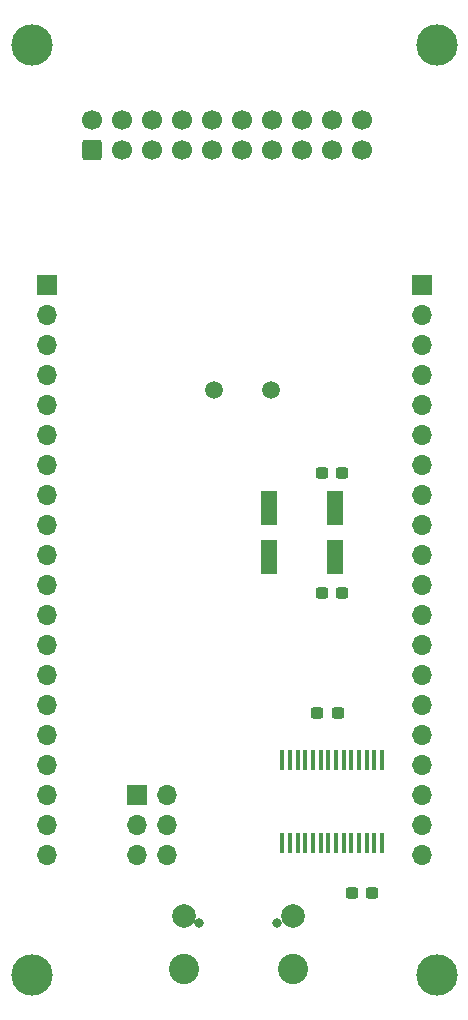
<source format=gbr>
%TF.GenerationSoftware,KiCad,Pcbnew,7.0.7*%
%TF.CreationDate,2023-10-13T22:32:12+09:00*%
%TF.ProjectId,STM32F103_dev_board,53544d33-3246-4313-9033-5f6465765f62,1.1.1*%
%TF.SameCoordinates,Original*%
%TF.FileFunction,Soldermask,Bot*%
%TF.FilePolarity,Negative*%
%FSLAX46Y46*%
G04 Gerber Fmt 4.6, Leading zero omitted, Abs format (unit mm)*
G04 Created by KiCad (PCBNEW 7.0.7) date 2023-10-13 22:32:12*
%MOMM*%
%LPD*%
G01*
G04 APERTURE LIST*
G04 Aperture macros list*
%AMRoundRect*
0 Rectangle with rounded corners*
0 $1 Rounding radius*
0 $2 $3 $4 $5 $6 $7 $8 $9 X,Y pos of 4 corners*
0 Add a 4 corners polygon primitive as box body*
4,1,4,$2,$3,$4,$5,$6,$7,$8,$9,$2,$3,0*
0 Add four circle primitives for the rounded corners*
1,1,$1+$1,$2,$3*
1,1,$1+$1,$4,$5*
1,1,$1+$1,$6,$7*
1,1,$1+$1,$8,$9*
0 Add four rect primitives between the rounded corners*
20,1,$1+$1,$2,$3,$4,$5,0*
20,1,$1+$1,$4,$5,$6,$7,0*
20,1,$1+$1,$6,$7,$8,$9,0*
20,1,$1+$1,$8,$9,$2,$3,0*%
G04 Aperture macros list end*
%ADD10C,3.500000*%
%ADD11C,0.800000*%
%ADD12C,2.000000*%
%ADD13C,2.565000*%
%ADD14R,1.700000X1.700000*%
%ADD15O,1.700000X1.700000*%
%ADD16RoundRect,0.250000X0.600000X-0.600000X0.600000X0.600000X-0.600000X0.600000X-0.600000X-0.600000X0*%
%ADD17C,1.700000*%
%ADD18C,1.500000*%
%ADD19R,0.450000X1.725000*%
%ADD20RoundRect,0.237500X0.300000X0.237500X-0.300000X0.237500X-0.300000X-0.237500X0.300000X-0.237500X0*%
%ADD21RoundRect,0.237500X-0.300000X-0.237500X0.300000X-0.237500X0.300000X0.237500X-0.300000X0.237500X0*%
%ADD22R,1.430000X2.850000*%
G04 APERTURE END LIST*
D10*
%TO.C,REF\u002A\u002A*%
X162560000Y-60270000D03*
%TD*%
D11*
%TO.C,J6*%
X142458000Y-134617000D03*
X149058000Y-134617000D03*
D12*
X141148000Y-134057000D03*
X150368000Y-134057000D03*
D13*
X141148000Y-138557000D03*
X150368000Y-138557000D03*
%TD*%
D10*
%TO.C,REF\u002A\u002A*%
X128285913Y-139053348D03*
%TD*%
%TO.C,REF\u002A\u002A*%
X128270000Y-60270000D03*
%TD*%
D14*
%TO.C,J4*%
X137155000Y-123785000D03*
D15*
X139695000Y-123785000D03*
X137155000Y-126325000D03*
X139695000Y-126325000D03*
X137155000Y-128865000D03*
X139695000Y-128865000D03*
%TD*%
D16*
%TO.C,J1*%
X133350000Y-69160000D03*
D17*
X133350000Y-66620000D03*
X135890000Y-69160000D03*
X135890000Y-66620000D03*
X138430000Y-69160000D03*
X138430000Y-66620000D03*
X140970000Y-69160000D03*
X140970000Y-66620000D03*
X143510000Y-69160000D03*
X143510000Y-66620000D03*
X146050000Y-69160000D03*
X146050000Y-66620000D03*
X148590000Y-69160000D03*
X148590000Y-66620000D03*
X151130000Y-69160000D03*
X151130000Y-66620000D03*
X153670000Y-69160000D03*
X153670000Y-66620000D03*
X156210000Y-69160000D03*
X156210000Y-66620000D03*
%TD*%
D14*
%TO.C,J3*%
X161290000Y-80590000D03*
D15*
X161290000Y-83130000D03*
X161290000Y-85670000D03*
X161290000Y-88210000D03*
X161290000Y-90750000D03*
X161290000Y-93290000D03*
X161290000Y-95830000D03*
X161290000Y-98370000D03*
X161290000Y-100910000D03*
X161290000Y-103450000D03*
X161290000Y-105990000D03*
X161290000Y-108530000D03*
X161290000Y-111070000D03*
X161290000Y-113610000D03*
X161290000Y-116150000D03*
X161290000Y-118690000D03*
X161290000Y-121230000D03*
X161290000Y-123770000D03*
X161290000Y-126310000D03*
X161290000Y-128850000D03*
%TD*%
D10*
%TO.C,REF\u002A\u002A*%
X162560000Y-139010000D03*
%TD*%
D18*
%TO.C,Y1*%
X148550000Y-89480000D03*
X143670000Y-89480000D03*
%TD*%
D14*
%TO.C,J2*%
X129540000Y-80590000D03*
D15*
X129540000Y-83130000D03*
X129540000Y-85670000D03*
X129540000Y-88210000D03*
X129540000Y-90750000D03*
X129540000Y-93290000D03*
X129540000Y-95830000D03*
X129540000Y-98370000D03*
X129540000Y-100910000D03*
X129540000Y-103450000D03*
X129540000Y-105990000D03*
X129540000Y-108530000D03*
X129540000Y-111070000D03*
X129540000Y-113610000D03*
X129540000Y-116150000D03*
X129540000Y-118690000D03*
X129540000Y-121230000D03*
X129540000Y-123770000D03*
X129540000Y-126310000D03*
X129540000Y-128850000D03*
%TD*%
D19*
%TO.C,IC2*%
X149478250Y-120865000D03*
X150128250Y-120865000D03*
X150778250Y-120865000D03*
X151428250Y-120865000D03*
X152078250Y-120865000D03*
X152728250Y-120865000D03*
X153378250Y-120865000D03*
X154028250Y-120865000D03*
X154678250Y-120865000D03*
X155328250Y-120865000D03*
X155978250Y-120865000D03*
X156628250Y-120865000D03*
X157278250Y-120865000D03*
X157928250Y-120865000D03*
X157928250Y-127889000D03*
X157278250Y-127889000D03*
X156628250Y-127889000D03*
X155978250Y-127889000D03*
X155328250Y-127889000D03*
X154678250Y-127889000D03*
X154028250Y-127889000D03*
X153378250Y-127889000D03*
X152728250Y-127889000D03*
X152078250Y-127889000D03*
X151428250Y-127889000D03*
X150778250Y-127889000D03*
X150128250Y-127889000D03*
X149478250Y-127889000D03*
%TD*%
D20*
%TO.C,C12*%
X154532500Y-106680000D03*
X152807500Y-106680000D03*
%TD*%
D21*
%TO.C,C5*%
X155347500Y-132080000D03*
X157072500Y-132080000D03*
%TD*%
D20*
%TO.C,C1*%
X154151500Y-116840000D03*
X152426500Y-116840000D03*
%TD*%
D22*
%TO.C,Y2*%
X148315000Y-99525000D03*
X153945000Y-99525000D03*
X153945000Y-103675000D03*
X148315000Y-103675000D03*
%TD*%
D20*
%TO.C,C11*%
X154532500Y-96520000D03*
X152807500Y-96520000D03*
%TD*%
M02*

</source>
